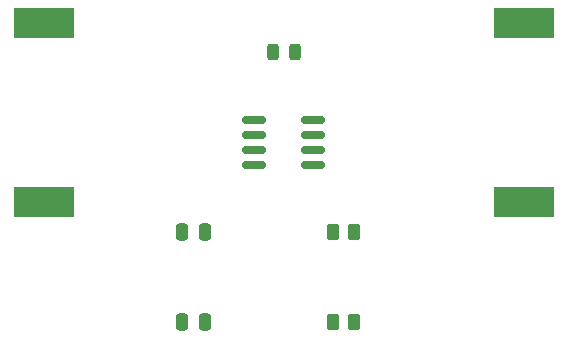
<source format=gbr>
%TF.GenerationSoftware,KiCad,Pcbnew,(6.0.7)*%
%TF.CreationDate,2022-10-01T22:51:18-07:00*%
%TF.ProjectId,Intro Project,496e7472-6f20-4507-926f-6a6563742e6b,rev?*%
%TF.SameCoordinates,Original*%
%TF.FileFunction,Paste,Top*%
%TF.FilePolarity,Positive*%
%FSLAX46Y46*%
G04 Gerber Fmt 4.6, Leading zero omitted, Abs format (unit mm)*
G04 Created by KiCad (PCBNEW (6.0.7)) date 2022-10-01 22:51:18*
%MOMM*%
%LPD*%
G01*
G04 APERTURE LIST*
G04 Aperture macros list*
%AMRoundRect*
0 Rectangle with rounded corners*
0 $1 Rounding radius*
0 $2 $3 $4 $5 $6 $7 $8 $9 X,Y pos of 4 corners*
0 Add a 4 corners polygon primitive as box body*
4,1,4,$2,$3,$4,$5,$6,$7,$8,$9,$2,$3,0*
0 Add four circle primitives for the rounded corners*
1,1,$1+$1,$2,$3*
1,1,$1+$1,$4,$5*
1,1,$1+$1,$6,$7*
1,1,$1+$1,$8,$9*
0 Add four rect primitives between the rounded corners*
20,1,$1+$1,$2,$3,$4,$5,0*
20,1,$1+$1,$4,$5,$6,$7,0*
20,1,$1+$1,$6,$7,$8,$9,0*
20,1,$1+$1,$8,$9,$2,$3,0*%
G04 Aperture macros list end*
%ADD10R,5.100000X2.500000*%
%ADD11RoundRect,0.250000X-0.262500X-0.450000X0.262500X-0.450000X0.262500X0.450000X-0.262500X0.450000X0*%
%ADD12RoundRect,0.243750X-0.243750X-0.456250X0.243750X-0.456250X0.243750X0.456250X-0.243750X0.456250X0*%
%ADD13RoundRect,0.250000X0.250000X0.475000X-0.250000X0.475000X-0.250000X-0.475000X0.250000X-0.475000X0*%
%ADD14RoundRect,0.150000X-0.825000X-0.150000X0.825000X-0.150000X0.825000X0.150000X-0.825000X0.150000X0*%
%ADD15RoundRect,0.250000X-0.250000X-0.475000X0.250000X-0.475000X0.250000X0.475000X-0.250000X0.475000X0*%
G04 APERTURE END LIST*
D10*
%TO.C,BT1*%
X195580000Y-63520000D03*
X195580000Y-78720000D03*
%TD*%
D11*
%TO.C,10k1*%
X179427500Y-81280000D03*
X181252500Y-81280000D03*
%TD*%
D10*
%TO.C,BT2*%
X154940000Y-63520000D03*
X154940000Y-78720000D03*
%TD*%
D12*
%TO.C,D1*%
X174322500Y-66040000D03*
X176197500Y-66040000D03*
%TD*%
D13*
%TO.C,C1*%
X168590000Y-81280000D03*
X166690000Y-81280000D03*
%TD*%
D14*
%TO.C,U1*%
X172785000Y-71755000D03*
X172785000Y-73025000D03*
X172785000Y-74295000D03*
X172785000Y-75565000D03*
X177735000Y-75565000D03*
X177735000Y-74295000D03*
X177735000Y-73025000D03*
X177735000Y-71755000D03*
%TD*%
D15*
%TO.C,C2*%
X166690000Y-88900000D03*
X168590000Y-88900000D03*
%TD*%
D11*
%TO.C,5k1*%
X179427500Y-88900000D03*
X181252500Y-88900000D03*
%TD*%
M02*

</source>
